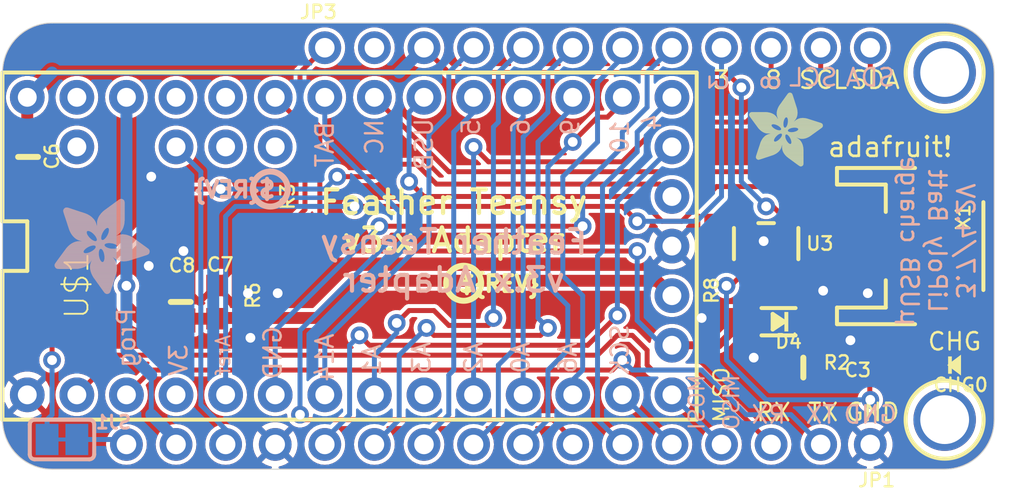
<source format=kicad_pcb>
(kicad_pcb (version 20221018) (generator pcbnew)
  (layers (0 "F.Cu" signal) (31 "B.Cu" signal) (34 "B.Paste" user) (35 "F.Paste" user) (36 "B.SilkS" user "B.Silkscreen") (37 "F.SilkS" user "F.Silkscreen") (38 "B.Mask" user) (39 "F.Mask" user) (44 "Edge.Cuts" user))
  (net 0 "")
  (net 1 "GND")
  (net 2 "MOSI")
  (net 3 "MISO")
  (net 4 "SCK")
  (net 5 "A6")
  (net 6 "A3")
  (net 7 "A2")
  (net 8 "A1")
  (net 9 "5")
  (net 10 "10")
  (net 11 "6")
  (net 12 "TX")
  (net 13 "RX")
  (net 14 "+3V3")
  (net 15 "VBUS")
  (net 16 "VBAT")
  (net 17 "AREF")
  (net 18 "A0")
  (net 19 "9")
  (net 20 "SCL")
  (net 21 "N$1")
  (net 22 "N$3")
  (net 23 "N$4")
  (net 24 "AGND")
  (net 25 "7")
  (net 26 "8")
  (net 27 "SDA")
  (net 28 "A14")
  (net 29 "2")
  (net 30 "3")
  (net 31 "4")
  (net 32 "A7")
  (net 33 "VUSB")
  (net 34 "RST/BOOT")
  (net 35 "BOOT")
  (footprint "working:FIDUCIAL_1MM" (layer "F.Cu") (at 171.9163 106.1396 -90)
    (fp_text reference "U$35" hide)
    (fp_text value "FIDUCIAL\"\"" hide)
  )
  (footprint "working:0603-NO" (layer "F.Cu") (at 159.5501 104.7496 -90)
    (fp_text reference "R8")
    (fp_text value "2.2K")
  )
  (footprint "working:ADAFRUIT_3.5MM" (layer "F.Cu") (at 161.3281 100.9396)
    (fp_text reference "U$7" hide)
    (fp_text value "" hide)
  )
  (footprint "working:0603-NO" (layer "F.Cu") (at 136.0551 105.0036 -90)
    (fp_text reference "R6")
    (fp_text value "100K")
  )
  (footprint "working:SOT23-5" (layer "F.Cu") (at 162.2171 104.8766)
    (fp_text reference "U3")
    (fp_text value "MCP73831T-2ACI/OT")
  )
  (footprint "working:0805-NO" (layer "F.Cu") (at 124.4111 100.4366 -90)
    (fp_text reference "C6")
    (fp_text value "10µF")
  )
  (footprint "working:SOD-123" (layer "F.Cu") (at 162.8521 108.8771 180)
    (fp_text reference "D4")
    (fp_text value "MBR120")
  )
  (footprint "working:0603-NO" (layer "F.Cu") (at 168.3766 111.0996 180)
    (fp_text reference "R2")
    (fp_text value "1K")
  )
  (footprint "working:0603-NO" (layer "F.Cu") (at 137.5791 105.0036 90)
    (fp_text reference "R3")
    (fp_text value "100k")
  )
  (footprint "working:0603-NO" (layer "F.Cu") (at 134.0401 107.8736 90)
    (fp_text reference "C7")
    (fp_text value "1uF")
  )
  (footprint "working:1X12_ROUND" (layer "F.Cu") (at 153.5811 94.8436)
    (fp_text reference "JP3")
    (fp_text value "")
  )
  (footprint "working:MOUNTINGHOLE_2.5_PLATED" (layer "F.Cu") (at 171.3611 113.8936 -90)
    (fp_text reference "U$32" hide)
    (fp_text value "MOUNTINGHOLE2.5" hide)
  )
  (footprint "working:JSTPH2" (layer "F.Cu") (at 170.3451 105.0036 -90)
    (fp_text reference "X1")
    (fp_text value "JSTPH")
  )
  (footprint "working:PCBFEAT-REV-040" (layer "F.Cu") (at 146.7231 106.9086)
    (fp_text reference "U$5" hide)
    (fp_text value "" hide)
  )
  (footprint "working:0805-NO" (layer "F.Cu") (at 164.1221 111.2266)
    (fp_text reference "C3")
    (fp_text value "10µF")
  )
  (footprint "working:TEENSY3-ALL_PINS" (layer "F.Cu") (at 140.8811 105.0036 90)
    (fp_text reference "U$1")
    (fp_text value "TEENSY_3.1_ALL_PINS")
  )
  (footprint "working:FIDUCIAL_1MM" (layer "F.Cu") (at 125.1966 94.9706 -90)
    (fp_text reference "U$34" hide)
    (fp_text value "FIDUCIAL\"\"" hide)
  )
  (footprint "working:CHIPLED_0805_NOOUTLINE" (layer "F.Cu") (at 171.8691 111.0996 90)
    (fp_text reference "CHG0")
    (fp_text value "ORANGE")
  )
  (footprint "working:1X16_ROUND" (layer "F.Cu") (at 148.5011 115.1636 180)
    (fp_text reference "JP1")
    (fp_text value "")
  )
  (footprint "working:0805-NO" (layer "F.Cu") (at 132.2301 107.8646 90)
    (fp_text reference "C8")
    (fp_text value "10µF")
  )
  (footprint "working:MOUNTINGHOLE_2.5_PLATED" (layer "F.Cu") (at 171.3611 96.1136 -90)
    (fp_text reference "U$31" hide)
    (fp_text value "MOUNTINGHOLE2.5" hide)
  )
  (footprint "working:ADAFRUIT_5MM" (layer "B.Cu") (at 125.7681 102.5906)
    (fp_text reference "U$4" hide)
    (fp_text value "" hide)
  )
  (footprint "working:PCBFEAT-REV-040" (layer "B.Cu") (at 136.8171 102.0826 180)
    (fp_text reference "U$6" hide)
    (fp_text value "" hide)
  )
  (footprint "working:SOLDERJUMPER_CLOSEDWIRE" (layer "B.Cu") (at 126.1491 114.9096 180)
    (fp_text reference "SJ1")
    (fp_text value "")
  )
  (gr_arc (start 173.9011 113.8936) (mid 173.157151 115.689651) (end 171.3611 116.4336) (stroke (width 0.05)) (layer "Edge.Cuts"))
  (gr_line (start 171.3611 93.5736) (end 125.6411 93.5736) (stroke (width 0.05)) (layer "Edge.Cuts"))
  (gr_line (start 125.6411 116.4336) (end 171.3611 116.4336) (stroke (width 0.05)) (layer "Edge.Cuts"))
  (gr_line (start 173.9011 113.8936) (end 173.9011 96.1136) (stroke (width 0.05)) (layer "Edge.Cuts"))
  (gr_arc (start 171.3611 93.5736) (mid 173.157151 94.317549) (end 173.9011 96.1136) (stroke (width 0.05)) (layer "Edge.Cuts"))
  (gr_arc (start 123.1011 96.1136) (mid 123.845049 94.317549) (end 125.6411 93.5736) (stroke (width 0.05)) (layer "Edge.Cuts"))
  (gr_arc (start 125.6411 116.4336) (mid 123.845049 115.689651) (end 123.1011 113.8936) (stroke (width 0.05)) (layer "Edge.Cuts"))
  (gr_line (start 123.1011 96.1136) (end 123.1011 113.8936) (stroke (width 0.05)) (layer "Edge.Cuts"))
  (gr_text "5" (at 147.1041 98.9076 -270) (layer "B.SilkS") (effects (font (size 0.89408 0.89408) (thickness 0.12192)) (justify mirror)))
  (gr_text "GND" (at 136.9441 110.4646 -270) (layer "B.SilkS") (effects (font (size 0.89408 0.89408) (thickness 0.12192)) (justify mirror)))
  (gr_text "4" (at 156.3751 98.6536 -270) (layer "B.SilkS") (effects (font (size 0.89408 0.89408) (thickness 0.12192)) (justify mirror)))
  (gr_text "GND" (at 167.5511 113.6396) (layer "B.SilkS") (effects (font (size 0.89408 0.89408) (thickness 0.12192)) (justify mirror)))
  (gr_text "Prog" (at 129.4511 109.7026 -270) (layer "B.SilkS") (effects (font (size 0.89408 0.89408) (thickness 0.12192)) (justify mirror)))
  (gr_text "MOSI" (at 158.6611 113.0046 -270) (layer "B.SilkS") (effects (font (size 0.78232 0.78232) (thickness 0.10668)) (justify mirror)))
  (gr_text "RX" (at 162.3441 113.6396) (layer "B.SilkS") (effects (font (size 0.89408 0.89408) (thickness 0.12192)) (justify mirror)))
  (gr_text "A0" (at 149.6441 110.7186 -270) (layer "B.SilkS") (effects (font (size 0.89408 0.89408) (thickness 0.12192)) (justify mirror)))
  (gr_text "10" (at 154.7241 99.4156 -270) (layer "B.SilkS") (effects (font (size 0.89408 0.89408) (thickness 0.12192)) (justify mirror)))
  (gr_text "SCK" (at 154.7241 110.3376 -270) (layer "B.SilkS") (effects (font (size 0.89408 0.89408) (thickness 0.12192)) (justify mirror)))
  (gr_text "Feather Teensy\nv3.x Adapter" (at 146.2151 105.7656) (layer "B.SilkS") (effects (font (size 1.20904 1.20904) (thickness 0.21336)) (justify mirror)))
  (gr_text "8" (at 162.4711 96.6216 -270) (layer "B.SilkS") (effects (font (size 0.89408 0.89408) (thickness 0.12192)) (justify mirror)))
  (gr_text "3V" (at 132.1181 110.8456 -270) (layer "B.SilkS") (effects (font (size 0.89408 0.89408) (thickness 0.12192)) (justify mirror)))
  (gr_text "6" (at 149.6441 98.9076 -270) (layer "B.SilkS") (effects (font (size 0.89408 0.89408) (thickness 0.12192)) (justify mirror)))
  (gr_text "USB" (at 144.6911 99.7966 -270) (layer "B.SilkS") (effects (font (size 0.89408 0.89408) (thickness 0.12192)) (justify mirror)))
  (gr_text "Aref" (at 134.4041 110.5916 -270) (layer "B.SilkS") (effects (font (size 0.715264 0.715264) (thickness 0.097536)) (justify mirror)))
  (gr_text "3" (at 159.8041 96.6216 -270) (layer "B.SilkS") (effects (font (size 0.89408 0.89408) (thickness 0.12192)) (justify mirror)))
  (gr_text "NC" (at 142.1511 99.4156 -270) (layer "B.SilkS") (effects (font (size 0.89408 0.89408) (thickness 0.12192)) (justify mirror)))
  (gr_text "3.7/4.2V\nLiPoly Batt\nµUSB charge" (at 170.9801 104.7496 -90) (layer "B.SilkS") (effects (font (size 0.88392 0.88392) (thickness 0.13208)) (justify mirror)))
  (gr_text "A1" (at 142.0241 110.8456 -270) (layer "B.SilkS") (effects (font (size 0.89408 0.89408) (thickness 0.12192)) (justify mirror)))
  (gr_text "9" (at 152.1841 98.9076 -270) (layer "B.SilkS") (effects (font (size 0.89408 0.89408) (thickness 0.12192)) (justify mirror)))
  (gr_text "SDA" (at 167.5511 96.3676) (layer "B.SilkS") (effects (font (size 0.89408 0.89408) (thickness 0.12192)) (justify mirror)))
  (gr_text "A14" (at 139.6111 110.7186 -270) (layer "B.SilkS") (effects (font (size 0.89408 0.89408) (thickness 0.12192)) (justify mirror)))
  (gr_text "SCL" (at 164.6301 96.3676) (layer "B.SilkS") (effects (font (size 0.89408 0.89408) (thickness 0.12192)) (justify mirror)))
  (gr_text "A2" (at 147.2311 110.7186 -270) (layer "B.SilkS") (effects (font (size 0.89408 0.89408) (thickness 0.12192)) (justify mirror)))
  (gr_text "A3" (at 144.5641 110.7186 -270) (layer "B.SilkS") (effects (font (size 0.89408 0.89408) (thickness 0.12192)) (justify mirror)))
  (gr_text "BAT" (at 139.6111 99.7966 -270) (layer "B.SilkS") (effects (font (size 0.89408 0.89408) (thickness 0.12192)) (justify mirror)))
  (gr_text "MISO" (at 160.4391 113.0046 -270) (layer "B.SilkS") (effects (font (size 0.78232 0.78232) (thickness 0.10668)) (justify mirror)))
  (gr_text "A6" (at 152.0571 110.7186 -270) (layer "B.SilkS") (effects (font (size 0.89408 0.89408) (thickness 0.12192)) (justify mirror)))
  (gr_text "TX" (at 165.0111 113.6396) (layer "B.SilkS") (effects (font (size 0.89408 0.89408) (thickness 0.12192)) (justify mirror)))
  (gr_text "TX" (at 165.1381 113.5126) (layer "F.SilkS") (effects (font (size 0.89408 0.89408) (thickness 0.12192))))
  (gr_text "SDA" (at 167.8051 96.4946) (layer "F.SilkS") (effects (font (size 0.89408 0.89408) (thickness 0.12192))))
  (gr_text "MISO" (at 159.9311 112.6236 90) (layer "F.SilkS") (effects (font (size 0.78232 0.78232) (thickness 0.10668))))
  (gr_text "8" (at 162.5981 96.4946) (layer "F.SilkS") (effects (font (size 0.89408 0.89408) (thickness 0.12192))))
  (gr_text "adafruit!" (at 168.5671 99.9236) (layer "F.SilkS") (effects (font (size 1.00584 1.00584) (thickness 0.13716))))
  (gr_text "CHG" (at 171.8691 109.8931) (layer "F.SilkS") (effects (font (size 0.89408 0.89408) (thickness 0.12192))))
  (gr_text "SCL" (at 165.1381 96.4946) (layer "F.SilkS") (effects (font (size 0.89408 0.89408) (thickness 0.12192))))
  (gr_text "3" (at 159.9311 96.4946) (layer "F.SilkS") (effects (font (size 0.89408 0.89408) (thickness 0.12192))))
  (gr_text "Feather Teensy\nv3.x Adapter" (at 146.2151 103.7336) (layer "F.SilkS") (effects (font (size 1.20904 1.20904) (thickness 0.21336))))
  (gr_text "GND" (at 167.6781 113.5126) (layer "F.SilkS") (effects (font (size 0.89408 0.89408) (thickness 0.12192))))
  (gr_text "RX" (at 162.5981 113.5126) (layer "F.SilkS") (effects (font (size 0.89408 0.89408) (thickness 0.12192))))
  (via (at 132.3721 105.2576) (size 0.9064) (drill 0.5) (layers "F.Cu" "B.Cu") (net 1))
  (via (at 158.9151 108.6866) (size 0.9064) (drill 0.5) (layers "F.Cu" "B.Cu") (net 1))
  (via (at 161.5821 110.7186) (size 0.9064) (drill 0.5) (layers "F.Cu" "B.Cu") (net 1))
  (via (at 130.5941 106.0196) (size 0.9064) (drill 0.5) (layers "F.Cu" "B.Cu") (net 1))
  (via (at 162.0901 104.7496) (size 0.9064) (drill 0.5) (layers "F.Cu" "B.Cu") (net 1))
  (via (at 166.5351 109.8296) (size 0.9064) (drill 0.5) (layers "F.Cu" "B.Cu") (net 1))
  (via (at 137.1981 107.4166) (size 0.9064) (drill 0.5) (layers "F.Cu" "B.Cu") (net 1))
  (via (at 135.8011 109.7026) (size 0.9064) (drill 0.5) (layers "F.Cu" "B.Cu") (net 1))
  (via (at 167.4241 107.4166) (size 0.9064) (drill 0.5) (layers "F.Cu" "B.Cu") (net 1))
  (via (at 130.7211 101.4476) (size 0.9064) (drill 0.5) (layers "F.Cu" "B.Cu") (net 1))
  (via (at 165.1381 107.2896) (size 0.9064) (drill 0.5) (layers "F.Cu" "B.Cu") (net 1))
  (via (at 135.6741 107.4166) (size 0.9064) (drill 0.5) (layers "F.Cu" "B.Cu") (net 1))
  (segment (start 154.8511 112.6236) (end 157.3911 115.1636) (width 0.254) (layer "B.Cu") (net 2))
  (segment (start 157.3911 112.6236) (end 159.9311 115.1636) (width 0.254) (layer "B.Cu") (net 3))
  (segment (start 155.6131 99.1616) (end 157.3911 97.3836) (width 0.254) (layer "B.Cu") (net 4))
  (segment (start 153.5811 113.8936) (end 153.5811 105.5116) (width 0.254) (layer "B.Cu") (net 4))
  (segment (start 153.8351 101.9556) (end 155.6131 100.1776) (width 0.254) (layer "B.Cu") (net 4))
  (segment (start 153.8351 105.2576) (end 153.8351 101.9556) (width 0.254) (layer "B.Cu") (net 4))
  (segment (start 154.8511 115.1636) (end 153.5811 113.8936) (width 0.254) (layer "B.Cu") (net 4))
  (segment (start 155.6131 100.1776) (end 155.6131 99.1616) (width 0.254) (layer "B.Cu") (net 4))
  (segment (start 153.5811 105.5116) (end 153.8351 105.2576) (width 0.254) (layer "B.Cu") (net 4))
  (segment (start 152.3111 114.9096) (end 151.2951 113.8936) (width 0.254) (layer "F.Cu") (net 5))
  (segment (start 138.5951 113.8936) (end 138.3411 113.6396) (width 0.254) (layer "F.Cu") (net 5))
  (segment (start 152.3111 115.1636) (end 152.3111 114.9096) (width 0.254) (layer "F.Cu") (net 5))
  (segment (start 151.2951 113.8936) (end 138.5951 113.8936) (width 0.254) (layer "F.Cu") (net 5))
  (via (at 138.3411 113.6396) (size 0.9064) (drill 0.5) (layers "F.Cu" "B.Cu") (net 5))
  (segment (start 139.6111 99.4156) (end 139.6111 97.3836) (width 0.254) (layer "B.Cu") (net 5))
  (segment (start 143.4211 103.2256) (end 139.6111 99.4156) (width 0.254) (layer "B.Cu") (net 5))
  (segment (start 138.3411 109.3216) (end 143.4211 104.2416) (width 0.254) (layer "B.Cu") (net 5))
  (segment (start 143.4211 104.2416) (end 143.4211 103.2256) (width 0.254) (layer "B.Cu") (net 5))
  (segment (start 138.3411 113.6396) (end 138.3411 109.3216) (width 0.254) (layer "B.Cu") (net 5))
  (segment (start 146.2151 111.3536) (end 145.9611 111.6076) (width 0.254) (layer "B.Cu") (net 6))
  (segment (start 147.2311 97.3836) (end 147.2311 98.1456) (width 0.254) (layer "B.Cu") (net 6))
  (segment (start 146.2151 99.1616) (end 146.2151 111.3536) (width 0.254) (layer "B.Cu") (net 6))
  (segment (start 145.9611 113.6396) (end 144.6911 114.9096) (width 0.254) (layer "B.Cu") (net 6))
  (segment (start 144.6911 114.9096) (end 144.6911 115.1636) (width 0.254) (layer "B.Cu") (net 6))
  (segment (start 145.9611 111.6076) (end 145.9611 113.6396) (width 0.254) (layer "B.Cu") (net 6))
  (segment (start 147.2311 98.1456) (end 146.2151 99.1616) (width 0.254) (layer "B.Cu") (net 6))
  (segment (start 149.7711 98.3996) (end 149.2631 98.9076) (width 0.254) (layer "B.Cu") (net 7))
  (segment (start 149.2631 98.9076) (end 149.2631 110.3376) (width 0.254) (layer "B.Cu") (net 7))
  (segment (start 148.5011 113.8936) (end 147.2311 115.1636) (width 0.254) (layer "B.Cu") (net 7))
  (segment (start 149.2631 110.3376) (end 148.5011 111.0996) (width 0.254) (layer "B.Cu") (net 7))
  (segment (start 149.7711 97.3836) (end 149.7711 98.3996) (width 0.254) (layer "B.Cu") (net 7))
  (segment (start 148.5011 111.0996) (end 148.5011 113.8936) (width 0.254) (layer "B.Cu") (net 7))
  (segment (start 151.0411 109.1946) (end 150.6601 109.5756) (width 0.254) (layer "F.Cu") (net 8))
  (segment (start 150.6601 109.5756) (end 145.1991 109.5756) (width 0.254) (layer "F.Cu") (net 8))
  (segment (start 145.1991 109.5756) (end 144.8181 109.1946) (width 0.254) (layer "F.Cu") (net 8))
  (via (at 151.0411 109.1946) (size 0.9064) (drill 0.5) (layers "F.Cu" "B.Cu") (net 8))
  (via (at 144.8181 109.1946) (size 0.9064) (drill 0.5) (layers "F.Cu" "B.Cu") (net 8))
  (segment (start 152.3111 97.3836) (end 152.3111 97.8916) (width 0.254) (layer "B.Cu") (net 8))
  (segment (start 150.5331 108.6866) (end 151.0411 109.1946) (width 0.254) (layer "B.Cu") (net 8))
  (segment (start 152.3111 97.8916) (end 150.5331 99.6696) (width 0.254) (layer "B.Cu") (net 8))
  (segment (start 150.5331 99.6696) (end 150.5331 108.6866) (width 0.254) (layer "B.Cu") (net 8))
  (segment (start 143.4211 110.5916) (end 143.4211 113.8936) (width 0.254) (layer "B.Cu") (net 8))
  (segment (start 144.8181 109.1946) (end 143.4211 110.5916) (width 0.254) (layer "B.Cu") (net 8))
  (segment (start 143.4211 113.8936) (end 142.1511 115.1636) (width 0.254) (layer "B.Cu") (net 8))
  (segment (start 145.9611 98.2726) (end 144.9451 99.2886) (width 0.254) (layer "B.Cu") (net 9))
  (segment (start 144.9451 99.2886) (end 144.9451 104.4956) (width 0.254) (layer "B.Cu") (net 9))
  (segment (start 147.2311 94.8436) (end 145.9611 96.1136) (width 0.254) (layer "B.Cu") (net 9))
  (segment (start 144.9451 104.4956) (end 139.6111 109.8296) (width 0.254) (layer "B.Cu") (net 9))
  (segment (start 139.6111 109.8296) (end 139.6111 112.6236) (width 0.254) (layer "B.Cu") (net 9))
  (segment (start 145.9611 96.1136) (end 145.9611 98.2726) (width 0.254) (layer "B.Cu") (net 9))
  (segment (start 152.8191 111.3536) (end 152.8191 107.5436) (width 0.254) (layer "B.Cu") (net 10))
  (segment (start 151.8031 106.5276) (end 151.8031 101.4476) (width 0.254) (layer "B.Cu") (net 10))
  (segment (start 153.5811 96.6216) (end 154.8511 95.3516) (width 0.254) (layer "B.Cu") (net 10))
  (segment (start 154.8511 95.3516) (end 154.8511 94.8436) (width 0.254) (layer "B.Cu") (net 10))
  (segment (start 153.5811 99.6696) (end 153.5811 96.6216) (width 0.254) (layer "B.Cu") (net 10))
  (segment (start 152.8191 107.5436) (end 151.8031 106.5276) (width 0.254) (layer "B.Cu") (net 10))
  (segment (start 152.3111 112.6236) (end 152.3111 111.8616) (width 0.254) (layer "B.Cu") (net 10))
  (segment (start 151.8031 101.4476) (end 153.5811 99.6696) (width 0.254) (layer "B.Cu") (net 10))
  (segment (start 152.3111 111.8616) (end 152.8191 111.3536) (width 0.254) (layer "B.Cu") (net 10))
  (segment (start 148.2471 108.8136) (end 148.2471 108.6866) (width 0.254) (layer "F.Cu") (net 11))
  (segment (start 143.2941 108.9406) (end 143.9291 108.3056) (width 0.254) (layer "F.Cu") (net 11))
  (segment (start 145.9611 109.0676) (end 147.9931 109.0676) (width 0.254) (layer "F.Cu") (net 11))
  (segment (start 145.1991 108.3056) (end 145.9611 109.0676) (width 0.254) (layer "F.Cu") (net 11))
  (segment (start 143.9291 108.3056) (end 145.1991 108.3056) (width 0.254) (layer "F.Cu") (net 11))
  (segment (start 147.9931 109.0676) (end 148.2471 108.8136) (width 0.254) (layer "F.Cu") (net 11))
  (via (at 143.2941 108.9406) (size 0.9064) (drill 0.5) (layers "F.Cu" "B.Cu") (net 11))
  (via (at 148.2471 108.6866) (size 0.9064) (drill 0.5) (layers "F.Cu" "B.Cu") (net 11))
  (segment (start 148.2471 108.6866) (end 148.2471 98.9076) (width 0.254) (layer "B.Cu") (net 11))
  (segment (start 148.5011 98.6536) (end 148.5011 96.1136) (width 0.254) (layer "B.Cu") (net 11))
  (segment (start 148.5011 96.1136) (end 149.7711 94.8436) (width 0.254) (layer "B.Cu") (net 11))
  (segment (start 142.1511 110.5916) (end 143.2941 109.4486) (width 0.254) (layer "B.Cu") (net 11))
  (segment (start 142.1511 112.6236) (end 142.1511 110.5916) (width 0.254) (layer "B.Cu") (net 11))
  (segment (start 143.2941 109.4486) (end 143.2941 108.9406) (width 0.254) (layer "B.Cu") (net 11))
  (segment (start 148.2471 98.9076) (end 148.5011 98.6536) (width 0.254) (layer "B.Cu") (net 11))
  (segment (start 129.4511 112.6236) (end 130.7211 111.3536) (width 0.254) (layer "F.Cu") (net 12))
  (segment (start 154.3431 111.3536) (end 154.8511 110.8456) (width 0.254) (layer "F.Cu") (net 12))
  (segment (start 130.7211 111.3536) (end 154.3431 111.3536) (width 0.254) (layer "F.Cu") (net 12))
  (via (at 154.8511 110.8456) (size 0.9064) (drill 0.5) (layers "F.Cu" "B.Cu") (net 12))
  (segment (start 155.3591 111.3536) (end 158.9151 111.3536) (width 0.254) (layer "B.Cu") (net 12))
  (segment (start 163.4871 113.6396) (end 165.0111 115.1636) (width 0.254) (layer "B.Cu") (net 12))
  (segment (start 161.2011 113.6396) (end 163.4871 113.6396) (width 0.254) (layer "B.Cu") (net 12))
  (segment (start 154.8511 110.8456) (end 155.3591 111.3536) (width 0.254) (layer "B.Cu") (net 12))
  (segment (start 158.9151 111.3536) (end 161.2011 113.6396) (width 0.254) (layer "B.Cu") (net 12))
  (segment (start 156.1211 111.0996) (end 156.1211 110.3376) (width 0.254) (layer "F.Cu") (net 13))
  (segment (start 155.3591 109.5756) (end 154.5971 109.5756) (width 0.254) (layer "F.Cu") (net 13))
  (segment (start 158.6611 111.3536) (end 156.3751 111.3536) (width 0.254) (layer "F.Cu") (net 13))
  (segment (start 153.5811 110.5916) (end 128.9431 110.5916) (width 0.254) (layer "F.Cu") (net 13))
  (segment (start 154.5971 109.5756) (end 153.5811 110.5916) (width 0.254) (layer "F.Cu") (net 13))
  (segment (start 156.1211 110.3376) (end 155.3591 109.5756) (width 0.254) (layer "F.Cu") (net 13))
  (segment (start 126.9111 112.6236) (end 128.9431 110.5916) (width 0.254) (layer "F.Cu") (net 13))
  (segment (start 158.6611 111.3536) (end 162.4711 115.1636) (width 0.254) (layer "F.Cu") (net 13))
  (segment (start 156.3751 111.3536) (end 156.1211 111.0996) (width 0.254) (layer "F.Cu") (net 13))
  (segment (start 129.3391 97.4956) (end 129.4511 97.3836) (width 0.6096) (layer "F.Cu") (net 14))
  (segment (start 157.3911 107.5436) (end 156.6291 106.7816) (width 0.6096) (layer "F.Cu") (net 14))
  (segment (start 132.2301 108.6866) (end 132.2301 108.8146) (width 0.6096) (layer "F.Cu") (net 14))
  (segment (start 132.2301 108.6866) (end 130.0861 108.6866) (width 0.6096) (layer "F.Cu") (net 14))
  (segment (start 132.2301 108.7236) (end 132.2301 108.8146) (width 0.6096) (layer "F.Cu") (net 14))
  (segment (start 129.4511 108.0516) (end 129.4511 107.0356) (width 0.6096) (layer "F.Cu") (net 14))
  (segment (start 134.0401 108.6866) (end 134.0401 108.7236) (width 0.6096) (layer "F.Cu") (net 14))
  (segment (start 156.6291 106.7816) (end 141.1351 106.7816) (width 0.6096) (layer "F.Cu") (net 14))
  (segment (start 130.0861 108.6866) (end 129.4511 108.0516) (width 0.6096) (layer "F.Cu") (net 14))
  (segment (start 132.2301 108.7236) (end 134.0401 108.7236) (width 0.6096) (layer "F.Cu") (net 14))
  (segment (start 139.2301 108.6866) (end 134.0401 108.6866) (width 0.6096) (layer "F.Cu") (net 14))
  (segment (start 141.1351 106.7816) (end 139.2301 108.6866) (width 0.6096) (layer "F.Cu") (net 14))
  (via (at 129.4511 107.0356) (size 0.9064) (drill 0.5) (layers "F.Cu" "B.Cu") (net 14))
  (segment (start 130.7211 113.6396) (end 131.9911 114.9096) (width 0.6096) (layer "B.Cu") (net 14))
  (segment (start 131.9911 114.9096) (end 131.9911 115.1636) (width 0.6096) (layer "B.Cu") (net 14))
  (segment (start 130.7211 111.6076) (end 130.7211 113.6396) (width 0.254) (layer "B.Cu") (net 14))
  (segment (start 129.4511 97.3836) (end 129.4511 107.0356) (width 0.6096) (layer "B.Cu") (net 14))
  (segment (start 129.4511 107.0356) (end 129.4511 110.3376) (width 0.6096) (layer "B.Cu") (net 14))
  (segment (start 129.4511 110.3376) (end 130.7211 111.6076) (width 0.6096) (layer "B.Cu") (net 14))
  (segment (start 124.3711 97.3836) (end 124.3711 99.4466) (width 0.6096) (layer "F.Cu") (net 15))
  (segment (start 145.9611 96.1136) (end 160.1851 96.1136) (width 0.254) (layer "F.Cu") (net 15))
  (segment (start 168.8211 107.7976) (end 170.0911 106.5276) (width 0.254) (layer "F.Cu") (net 15))
  (segment (start 162.5622 102.9716) (end 163.1671 103.5765) (width 0.254) (layer "F.Cu") (net 15))
  (segment (start 124.3711 99.4466) (end 124.4111 99.4866) (width 0.254) (layer "F.Cu") (net 15))
  (segment (start 170.0911 106.5276) (end 170.0911 103.7336) (width 0.254) (layer "F.Cu") (net 15))
  (segment (start 170.0911 103.7336) (end 169.0751 102.7176) (width 0.254) (layer "F.Cu") (net 15))
  (segment (start 168.8211 109.8296) (end 168.8211 108.8136) (width 0.254) (layer "F.Cu") (net 15))
  (segment (start 164.7656 108.8136) (end 168.8211 108.8136) (width 0.254) (layer "F.Cu") (net 15))
  (segment (start 164.7021 108.8771) (end 164.7656 108.8136) (width 0.254) (layer "F.Cu") (net 15))
  (segment (start 144.6911 94.8436) (end 145.9611 96.1136) (width 0.254) (layer "F.Cu") (net 15))
  (segment (start 172.6311 109.8296) (end 168.8211 109.8296) (width 0.254) (layer "F.Cu") (net 15))
  (segment (start 164.026 102.7176) (end 163.1671 103.5765) (width 0.254) (layer "F.Cu") (net 15))
  (segment (start 162.2171 102.9716) (end 162.5622 102.9716) (width 0.254) (layer "F.Cu") (net 15))
  (segment (start 172.9191 111.0996) (end 172.9191 110.1176) (width 0.254) (layer "F.Cu") (net 15))
  (segment (start 169.0751 102.7176) (end 164.026 102.7176) (width 0.254) (layer "F.Cu") (net 15))
  (segment (start 160.1851 96.1136) (end 160.9471 96.8756) (width 0.254) (layer "F.Cu") (net 15))
  (segment (start 172.9191 110.1176) (end 172.6311 109.8296) (width 0.254) (layer "F.Cu") (net 15))
  (segment (start 168.8211 108.8136) (end 168.8211 107.7976) (width 0.254) (layer "F.Cu") (net 15))
  (via (at 160.9471 96.8756) (size 0.9064) (drill 0.5) (layers "F.Cu" "B.Cu") (net 15))
  (via (at 162.2171 102.9716) (size 0.9064) (drill 0.5) (layers "F.Cu" "B.Cu") (net 15))
  (segment (start 124.3711 97.3836) (end 125.6411 96.1136) (width 0.6096) (layer "B.Cu") (net 15))
  (segment (start 160.9471 101.7016) (end 162.2171 102.9716) (width 0.254) (layer "B.Cu") (net 15))
  (segment (start 143.4211 96.1136) (end 144.6911 94.8436) (width 0.6096) (layer "B.Cu") (net 15))
  (segment (start 125.6411 96.1136) (end 143.4211 96.1136) (width 0.3048) (layer "B.Cu") (net 15))
  (segment (start 160.9471 96.8756) (end 160.9471 101.7016) (width 0.254) (layer "B.Cu") (net 15))
  (segment (start 163.3402 106.0036) (end 163.1671 106.1767) (width 0.254) (layer "F.Cu") (net 16))
  (segment (start 163.1671 106.1767) (end 163.1721 106.1767) (width 0.4064) (layer "F.Cu") (net 16))
  (segment (start 138.3411 97.8916) (end 138.3411 96.1136) (width 0.254) (layer "F.Cu") (net 16))
  (segment (start 139.3571 104.7496) (end 139.8651 105.2576) (width 0.254) (layer "F.Cu") (net 16))
  (segment (start 139.3571 98.9076) (end 138.3411 97.8916) (width 0.254) (layer "F.Cu") (net 16))
  (segment (start 166.6451 106.0036) (end 163.3402 106.0036) (width 0.254) (layer "F.Cu") (net 16))
  (segment (start 137.5791 105.8536) (end 138.2531 105.8536) (width 0.254) (layer "F.Cu") (net 16))
  (segment (start 138.2531 105.8536) (end 139.3571 104.7496) (width 0.254) (layer "F.Cu") (net 16))
  (segment (start 139.3571 104.7496) (end 139.3571 98.9076) (width 0.254) (layer "F.Cu") (net 16))
  (segment (start 163.1721 108.8771) (end 163.1721 111.2266) (width 0.4064) (layer "F.Cu") (net 16))
  (segment (start 139.8651 105.2576) (end 155.6131 105.2576) (width 0.254) (layer "F.Cu") (net 16))
  (segment (start 161.0021 108.8771) (end 163.1721 108.8771) (width 0.4064) (layer "F.Cu") (net 16))
  (segment (start 138.3411 96.1136) (end 139.6111 94.8436) (width 0.254) (layer "F.Cu") (net 16))
  (segment (start 157.3911 110.0836) (end 159.7956 110.0836) (width 0.4064) (layer "F.Cu") (net 16))
  (segment (start 163.1721 108.8771) (end 163.1721 106.1767) (width 0.4064) (layer "F.Cu") (net 16))
  (segment (start 159.7956 110.0836) (end 161.0021 108.8771) (width 0.4064) (layer "F.Cu") (net 16))
  (via (at 155.6131 105.2576) (size 0.9064) (drill 0.5) (layers "F.Cu" "B.Cu") (net 16))
  (segment (start 155.6131 105.2576) (end 155.6131 108.8136) (width 0.254) (layer "B.Cu") (net 16))
  (segment (start 156.8831 110.0836) (end 157.3911 110.0836) (width 0.254) (layer "B.Cu") (net 16))
  (segment (start 155.6131 108.8136) (end 156.8831 110.0836) (width 0.254) (layer "B.Cu") (net 16))
  (segment (start 133.2611 101.1936) (end 133.2611 113.1316) (width 0.254) (layer "B.Cu") (net 17))
  (segment (start 133.2611 113.1316) (end 134.5311 114.4016) (width 0.254) (layer "B.Cu") (net 17))
  (segment (start 131.9911 99.9236) (end 133.2611 101.1936) (width 0.254) (layer "B.Cu") (net 17))
  (segment (start 134.5311 114.4016) (end 134.5311 115.1636) (width 0.254) (layer "B.Cu") (net 17))
  (segment (start 154.0891 98.3996) (end 154.8511 97.6376) (width 0.254) (layer "F.Cu") (net 18))
  (segment (start 154.8511 97.6376) (end 154.8511 97.3836) (width 0.254) (layer "F.Cu") (net 18))
  (segment (start 153.5811 98.3996) (end 154.0891 98.3996) (width 0.254) (layer "F.Cu") (net 18))
  (segment (start 152.3111 99.6696) (end 153.5811 98.3996) (width 0.254) (layer "F.Cu") (net 18))
  (via (at 152.3111 99.6696) (size 0.9064) (drill 0.5) (layers "F.Cu" "B.Cu") (net 18))
  (segment (start 151.0411 111.3536) (end 152.0571 110.3376) (width 0.254) (layer "B.Cu") (net 18))
  (segment (start 151.0411 107.0356) (end 151.0411 100.9396) (width 0.254) (layer "B.Cu") (net 18))
  (segment (start 151.0411 100.9396) (end 152.3111 99.6696) (width 0.254) (layer "B.Cu") (net 18))
  (segment (start 151.0411 113.8936) (end 151.0411 111.3536) (width 0.254) (layer "B.Cu") (net 18))
  (segment (start 149.7711 115.1636) (end 151.0411 113.8936) (width 0.254) (layer "B.Cu") (net 18))
  (segment (start 152.0571 108.0516) (end 151.0411 107.0356) (width 0.254) (layer "B.Cu") (net 18))
  (segment (start 152.0571 110.3376) (end 152.0571 108.0516) (width 0.254) (layer "B.Cu") (net 18))
  (segment (start 149.7711 112.6236) (end 149.7711 99.4156) (width 0.254) (layer "B.Cu") (net 19))
  (segment (start 149.7711 99.4156) (end 151.0411 98.1456) (width 0.254) (layer "B.Cu") (net 19))
  (segment (start 151.0411 96.1136) (end 152.3111 94.8436) (width 0.254) (layer "B.Cu") (net 19))
  (segment (start 151.0411 98.1456) (end 151.0411 96.1136) (width 0.254) (layer "B.Cu") (net 19))
  (segment (start 165.0111 100.4316) (end 165.0111 94.8436) (width 0.254) (layer "F.Cu") (net 20))
  (segment (start 145.9611 101.1936) (end 164.2491 101.1936) (width 0.254) (layer "F.Cu") (net 20))
  (segment (start 164.2491 101.1936) (end 165.0111 100.4316) (width 0.254) (layer "F.Cu") (net 20))
  (segment (start 142.1511 97.3836) (end 145.9611 101.1936) (width 0.254) (layer "F.Cu") (net 20))
  (segment (start 169.2266 111.0996) (end 170.8191 111.0996) (width 0.254) (layer "F.Cu") (net 21))
  (segment (start 160.4082 107.0356) (end 160.1851 107.0356) (width 0.254) (layer "F.Cu") (net 22))
  (segment (start 167.5266 112.8531) (end 167.5266 111.0996) (width 0.254) (layer "F.Cu") (net 22))
  (segment (start 167.5511 112.8776) (end 167.5266 112.8531) (width 0.254) (layer "F.Cu") (net 22))
  (segment (start 161.2671 106.1767) (end 160.4082 107.0356) (width 0.254) (layer "F.Cu") (net 22))
  (via (at 167.5511 112.8776) (size 0.9064) (drill 0.5) (layers "F.Cu" "B.Cu") (net 22))
  (via (at 160.1851 107.0356) (size 0.9064) (drill 0.5) (layers "F.Cu" "B.Cu") (net 22))
  (segment (start 162.2171 112.8776) (end 167.5511 112.8776) (width 0.254) (layer "B.Cu") (net 22))
  (segment (start 160.1851 110.8456) (end 162.2171 112.8776) (width 0.254) (layer "B.Cu") (net 22))
  (segment (start 160.1851 107.0356) (end 160.1851 110.8456) (width 0.254) (layer "B.Cu") (net 22))
  (segment (start 160.944 103.8996) (end 161.2671 103.5765) (width 0.254) (layer "F.Cu") (net 23))
  (segment (start 159.5501 103.8996) (end 160.944 103.8996) (width 0.254) (layer "F.Cu") (net 23))
  (segment (start 161.2011 98.6536) (end 162.4711 97.3836) (width 0.254) (layer "F.Cu") (net 26))
  (segment (start 147.9931 100.6856) (end 154.8511 100.6856) (width 0.254) (layer "F.Cu") (net 26))
  (segment (start 162.4711 97.3836) (end 162.4711 94.8436) (width 0.254) (layer "F.Cu") (net 26))
  (segment (start 147.2311 99.9236) (end 147.9931 100.6856) (width 0.254) (layer "F.Cu") (net 26))
  (segment (start 154.8511 100.6856) (end 156.8831 98.6536) (width 0.254) (layer "F.Cu") (net 26))
  (segment (start 156.8831 98.6536) (end 161.2011 98.6536) (width 0.254) (layer "F.Cu") (net 26))
  (segment (start 162.4711 95.0976) (end 162.4711 94.8436) (width 0.254) (layer "F.Cu") (net 26))
  (via (at 147.2311 99.9236) (size 0.9064) (drill 0.5) (layers "F.Cu" "B.Cu") (net 26))
  (segment (start 147.2311 112.6236) (end 147.2311 99.9236) (width 0.254) (layer "B.Cu") (net 26))
  (segment (start 144.6911 102.4636) (end 143.9291 101.7016) (width 0.254) (layer "F.Cu") (net 27))
  (segment (start 144.6911 102.4636) (end 155.6131 102.4636) (width 0.254) (layer "F.Cu") (net 27))
  (segment (start 155.6131 102.4636) (end 156.8831 103.7336) (width 0.254) (layer "F.Cu") (net 27))
  (segment (start 157.8991 103.7336) (end 159.6771 101.9556) (width 0.254) (layer "F.Cu") (net 27))
  (segment (start 164.7571 101.9556) (end 167.5511 99.1616) (width 0.254) (layer "F.Cu") (net 27))
  (segment (start 167.5511 94.8436) (end 167.5511 99.1616) (width 0.254) (layer "F.Cu") (net 27))
  (segment (start 156.8831 103.7336) (end 157.8991 103.7336) (width 0.254) (layer "F.Cu") (net 27))
  (segment (start 159.6771 101.9556) (end 164.7571 101.9556) (width 0.254) (layer "F.Cu") (net 27))
  (via (at 143.9291 101.7016) (size 0.9064) (drill 0.5) (layers "F.Cu" "B.Cu") (net 27))
  (segment (start 143.9291 98.1456) (end 144.6911 97.3836) (width 0.254) (layer "B.Cu") (net 27))
  (segment (start 143.9291 101.7016) (end 143.9291 98.1456) (width 0.254) (layer "B.Cu") (net 27))
  (segment (start 154.5971 108.5596) (end 153.0731 110.0836) (width 0.254) (layer "F.Cu") (net 28))
  (segment (start 153.0731 110.0836) (end 141.8971 110.0836) (width 0.254) (layer "F.Cu") (net 28))
  (segment (start 141.8971 110.0836) (end 141.3891 109.5756) (width 0.254) (layer "F.Cu") (net 28))
  (via (at 154.5971 108.5596) (size 0.9064) (drill 0.5) (layers "F.Cu" "B.Cu") (net 28))
  (via (at 141.3891 109.5756) (size 0.9064) (drill 0.5) (layers "F.Cu" "B.Cu") (net 28))
  (segment (start 139.6111 114.9096) (end 139.6111 115.1636) (width 0.254) (layer "B.Cu") (net 28))
  (segment (start 140.8811 113.6396) (end 139.6111 114.9096) (width 0.254) (layer "B.Cu") (net 28))
  (segment (start 141.3891 109.5756) (end 140.8811 110.0836) (width 0.254) (layer "B.Cu") (net 28))
  (segment (start 154.5971 102.7176) (end 154.5971 108.5596) (width 0.254) (layer "B.Cu") (net 28))
  (segment (start 157.3911 99.9236) (end 154.5971 102.7176) (width 0.254) (layer "B.Cu") (net 28))
  (segment (start 140.8811 110.0836) (end 140.8811 113.6396) (width 0.254) (layer "B.Cu") (net 28))
  (segment (start 154.8511 102.9716) (end 141.1351 102.9716) (width 0.254) (layer "F.Cu") (net 30))
  (segment (start 155.6131 103.7336) (end 154.8511 102.9716) (width 0.254) (layer "F.Cu") (net 30))
  (via (at 141.1351 102.9716) (size 0.9064) (drill 0.5) (layers "F.Cu" "B.Cu") (net 30))
  (via (at 155.6131 103.7336) (size 0.9064) (drill 0.5) (layers "F.Cu" "B.Cu") (net 30))
  (segment (start 141.1351 102.9716) (end 135.0391 102.9716) (width 0.254) (layer "B.Cu") (net 30))
  (segment (start 158.6611 103.7336) (end 155.6131 103.7336) (width 0.254) (layer "B.Cu") (net 30))
  (segment (start 159.9311 94.8436) (end 159.9311 102.4636) (width 0.254) (layer "B.Cu") (net 30))
  (segment (start 159.9311 102.4636) (end 158.6611 103.7336) (width 0.254) (layer "B.Cu") (net 30))
  (segment (start 134.5311 103.4796) (end 135.0391 102.9716) (width 0.254) (layer "B.Cu") (net 30))
  (segment (start 134.5311 112.6236) (end 134.5311 103.4796) (width 0.254) (layer "B.Cu") (net 30))
  (segment (start 142.4051 103.9876) (end 152.8191 103.9876) (width 0.254) (layer "F.Cu") (net 31))
  (via (at 152.8191 103.9876) (size 0.9064) (drill 0.5) (layers "F.Cu" "B.Cu") (net 31))
  (via (at 142.4051 103.9876) (size 0.9064) (drill 0.5) (layers "F.Cu" "B.Cu") (net 31))
  (segment (start 154.8511 99.1616) (end 156.1211 97.8916) (width 0.254) (layer "B.Cu") (net 31))
  (segment (start 152.8191 103.9876) (end 152.8191 101.9556) (width 0.254) (layer "B.Cu") (net 31))
  (segment (start 156.1211 97.8916) (end 156.1211 96.1136) (width 0.254) (layer "B.Cu") (net 31))
  (segment (start 152.8191 101.9556) (end 154.8511 99.9236) (width 0.254) (layer "B.Cu") (net 31))
  (segment (start 156.1211 96.1136) (end 157.3911 94.8436) (width 0.254) (layer "B.Cu") (net 31))
  (segment (start 137.0711 112.6236) (end 137.0711 109.3216) (width 0.254) (layer "B.Cu") (net 31))
  (segment (start 154.8511 99.9236) (end 154.8511 99.1616) (width 0.254) (layer "B.Cu") (net 31))
  (segment (start 137.0711 109.3216) (end 142.4051 103.9876) (width 0.254) (layer "B.Cu") (net 31))
  (segment (start 136.0551 104.1536) (end 137.5791 104.1536) (width 0.254) (layer "F.Cu") (net 32))
  (segment (start 137.5791 104.1536) (end 138.5951 103.1376) (width 0.254) (layer "F.Cu") (net 32))
  (segment (start 138.5951 103.1376) (end 138.5951 98.9076) (width 0.254) (layer "F.Cu") (net 32))
  (segment (start 138.5951 98.9076) (end 137.0711 97.3836) (width 0.254) (layer "F.Cu") (net 32))
  (segment (start 129.1971 114.9096) (end 129.4511 115.1636) (width 0.254) (layer "B.Cu") (net 34))
  (segment (start 126.9111 114.9096) (end 129.1971 114.9096) (width 0.254) (layer "B.Cu") (net 34))
  (segment (start 144.3101 100.8126) (end 142.7861 100.8126) (width 0.254) (layer "F.Cu") (net 35))
  (segment (start 134.2771 102.0826) (end 132.3721 102.0826) (width 0.254) (layer "F.Cu") (net 35))
  (segment (start 142.7861 100.8126) (end 142.1511 101.4476) (width 0.254) (layer "F.Cu") (net 35))
  (segment (start 156.7561 101.8286) (end 145.3261 101.8286) (width 0.254) (layer "F.Cu") (net 35))
  (segment (start 125.6411 108.8136) (end 125.6411 110.8456) (width 0.254) (layer "F.Cu") (net 35))
  (segment (start 142.1511 101.4476) (end 140.2461 101.4476) (width 0.254) (layer "F.Cu") (net 35))
  (segment (start 132.3721 102.0826) (end 125.6411 108.8136) (width 0.254) (layer "F.Cu") (net 35))
  (segment (start 145.3261 101.8286) (end 144.3101 100.8126) (width 0.254) (layer "F.Cu") (net 35))
  (segment (start 157.3911 102.4636) (end 156.7561 101.8286) (width 0.254) (layer "F.Cu") (net 35))
  (via (at 134.2771 102.0826) (size 0.9064) (drill 0.5) (layers "F.Cu" "B.Cu") (net 35))
  (via (at 140.2461 101.4476) (size 0.9064) (drill 0.5) (layers "F.Cu" "B.Cu") (net 35))
  (via (at 125.6411 110.8456) (size 0.9064) (drill 0.5) (layers "F.Cu" "B.Cu") (net 35))
  (segment (start 140.2461 101.4476) (end 139.6111 102.0826) (width 0.254) (layer "B.Cu") (net 35))
  (segment (start 125.3871 114.9096) (end 125.3871 113.8936) (width 0.254) (layer "B.Cu") (net 35))
  (segment (start 139.6111 102.0826) (end 134.2771 102.0826) (width 0.254) (layer "B.Cu") (net 35))
  (segment (start 125.6411 113.6396) (end 125.6411 110.8456) (width 0.254) (layer "B.Cu") (net 35))
  (segment (start 125.3871 113.8936) (end 125.6411 113.6396) (width 0.254) (layer "B.Cu") (net 35))
  (zone (net 1) (net_name "GND") (layer "F.Cu") (priority 6) (connect_pads (clearance 0.000001)) (min_thickness 0.127) (fill yes (thermal_gap 0.304) (thermal_bridge_width 0.304))
    (polygon (pts (xy 174.0281 116.5606) (xy 122.9741 116.5606) (xy 122.9741 93.4466) (xy 174.0281 93.4466)))
  )
  (zone (net 1) (net_name "GND") (layer "B.Cu") (priority 6) (connect_pads (clearance 0.000001)) (min_thickness 0.127) (fill yes (thermal_gap 0.304) (thermal_bridge_width 0.304))
    (polygon (pts (xy 174.0281 116.5606) (xy 122.9741 116.5606) (xy 122.9741 93.4466) (xy 174.0281 93.4466)))
  )
)
</source>
